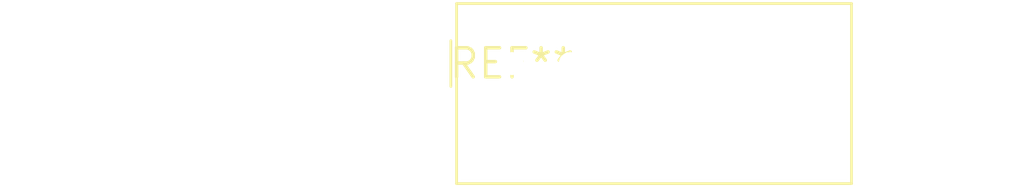
<source format=kicad_pcb>
(kicad_pcb (version 20240108) (generator pcbnew)
  (layers (0 "F.Cu" signal) (31 "B.Cu" signal) (34 "B.Paste" user) (35 "F.Paste" user) (36 "B.SilkS" user "B.Silkscreen") (37 "F.SilkS" user "F.Silkscreen") (38 "B.Mask" user) (39 "F.Mask" user) (44 "Edge.Cuts" user))
  (net 0 "")
  (footprint "Converter_DCDC_TRACO_TMR-1-xxxx_Dual_THT" (layer "F.Cu") (at 0 0)
    (property "Reference" "REF**")
    (property "Value" "Converter_DCDC_TRACO_TMR-1-xxxx_Dual_THT")
    (fp_line (start -2.67 -1) (end -2.67 1) (layer "F.SilkS") (stroke (width 0.12)))
    (fp_line (start -2.42 -2.62) (end 14.82 -2.62) (layer "F.SilkS") (stroke (width 0.12)))
    (fp_line (start -2.42 5.24) (end -2.42 -2.62) (layer "F.SilkS") (stroke (width 0.12)))
    (fp_line (start 14.82 -2.62) (end 14.82 5.24) (layer "F.SilkS") (stroke (width 0.12)))
    (fp_line (start 14.82 5.24) (end -2.42 5.24) (layer "F.SilkS") (stroke (width 0.12)))
    (pad "1" thru_hole rect (at 0 0) (size 1.5 3) (drill 1) (layers *.Cu *.Mask) (remove_unused_layers))
    (pad "2" thru_hole oval (at 2.54 0) (size 1.5 3) (drill 1) (layers *.Cu *.Mask) (remove_unused_layers))
    (pad "4" thru_hole oval (at 7.62 0) (size 1.5 3) (drill 1) (layers *.Cu *.Mask) (remove_unused_layers))
    (pad "5" thru_hole oval (at 10.16 0) (size 1.5 3) (drill 1) (layers *.Cu *.Mask) (remove_unused_layers))
    (pad "6" thru_hole oval (at 12.7 0) (size 1.5 3) (drill 1) (layers *.Cu *.Mask) (remove_unused_layers))
  )
)
</source>
